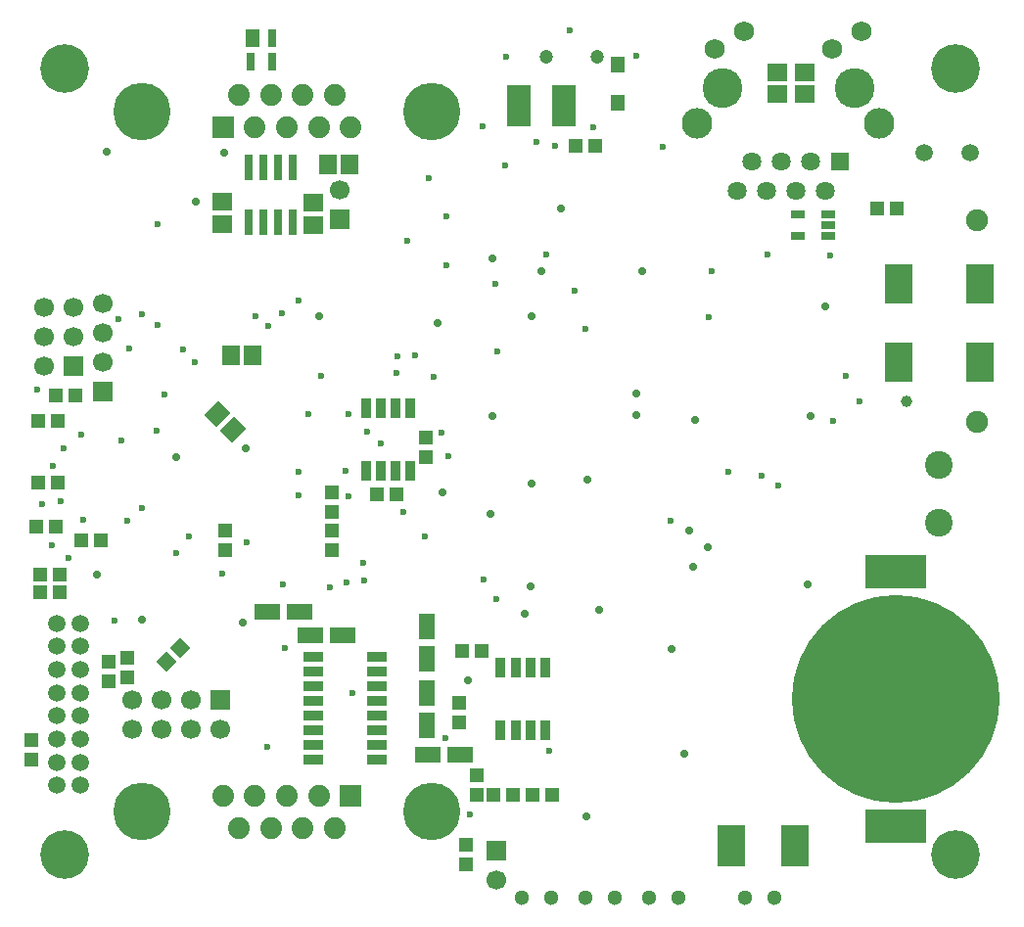
<source format=gbs>
G04 Layer_Color=16711935*
%FSLAX42Y42*%
%MOMM*%
G71*
G01*
G75*
%ADD74C,1.00*%
%ADD98R,1.30X1.20*%
%ADD99R,1.20X1.30*%
%ADD102R,1.70X1.50*%
%ADD118R,2.40X3.35*%
%ADD122R,1.50X1.70*%
%ADD124R,2.20X1.40*%
%ADD125R,1.40X2.20*%
%ADD127R,0.79X1.50*%
%ADD128R,1.19X1.50*%
%ADD131R,0.85X1.73*%
G04:AMPARAMS|DCode=132|XSize=1.7mm|YSize=1.5mm|CornerRadius=0mm|HoleSize=0mm|Usage=FLASHONLY|Rotation=45.000|XOffset=0mm|YOffset=0mm|HoleType=Round|Shape=Rectangle|*
%AMROTATEDRECTD132*
4,1,4,-0.07,-1.13,-1.13,-0.07,0.07,1.13,1.13,0.07,-0.07,-1.13,0.0*
%
%ADD132ROTATEDRECTD132*%

%ADD138R,1.70X1.70*%
%ADD139C,1.70*%
%ADD140C,1.30*%
%ADD141C,2.40*%
%ADD142R,1.63X1.63*%
%ADD143C,1.63*%
%ADD144C,1.73*%
%ADD145C,2.64*%
%ADD146C,3.45*%
%ADD147C,4.20*%
%ADD148R,1.70X1.70*%
%ADD149C,1.90*%
%ADD150C,1.20*%
%ADD151C,4.96*%
%ADD152R,1.89X1.89*%
%ADD153C,1.89*%
%ADD154C,1.50*%
%ADD155C,0.60*%
%ADD156C,0.70*%
%ADD157R,2.35X3.60*%
%ADD158R,0.76X2.18*%
%ADD159R,1.20X0.80*%
%ADD160R,1.73X0.81*%
G04:AMPARAMS|DCode=161|XSize=1.2mm|YSize=1.3mm|CornerRadius=0mm|HoleSize=0mm|Usage=FLASHONLY|Rotation=315.000|XOffset=0mm|YOffset=0mm|HoleType=Round|Shape=Rectangle|*
%AMROTATEDRECTD161*
4,1,4,-0.89,-0.04,0.04,0.89,0.89,0.04,-0.04,-0.89,-0.89,-0.04,0.0*
%
%ADD161ROTATEDRECTD161*%

%ADD162R,2.10X3.60*%
%ADD163C,17.98*%
%ADD164R,5.28X2.99*%
%ADD165R,1.28X1.32*%
D74*
X7730Y4520D02*
D03*
D98*
X375Y3440D02*
D03*
X205D02*
D03*
X405Y2870D02*
D03*
X235D02*
D03*
X385Y3820D02*
D03*
X215D02*
D03*
X385Y4350D02*
D03*
X215D02*
D03*
X405Y3020D02*
D03*
X235D02*
D03*
X545Y4570D02*
D03*
X375D02*
D03*
X4055Y2360D02*
D03*
X3885D02*
D03*
X4155Y1120D02*
D03*
X4325D02*
D03*
X4495D02*
D03*
X4665D02*
D03*
X4865Y6730D02*
D03*
X5035D02*
D03*
X595Y3320D02*
D03*
X765D02*
D03*
X7645Y6190D02*
D03*
X7475D02*
D03*
X3315Y3720D02*
D03*
X3145D02*
D03*
D99*
X1840Y3400D02*
D03*
Y3230D02*
D03*
X990Y2305D02*
D03*
Y2135D02*
D03*
X2760Y3400D02*
D03*
Y3230D02*
D03*
X4010Y1115D02*
D03*
Y1285D02*
D03*
X3860Y1745D02*
D03*
Y1915D02*
D03*
X2763Y3735D02*
D03*
Y3565D02*
D03*
X3920Y685D02*
D03*
Y515D02*
D03*
X160Y1425D02*
D03*
Y1595D02*
D03*
X830Y2265D02*
D03*
Y2095D02*
D03*
X3570Y4040D02*
D03*
Y4210D02*
D03*
D102*
X1815Y6055D02*
D03*
Y6245D02*
D03*
X6850Y7365D02*
D03*
Y7175D02*
D03*
X6610Y7365D02*
D03*
Y7175D02*
D03*
X2600Y6235D02*
D03*
Y6045D02*
D03*
D118*
X8360Y5538D02*
D03*
X7660D02*
D03*
X8360Y4858D02*
D03*
X7660D02*
D03*
D122*
X1885Y4917D02*
D03*
X2075D02*
D03*
X2725Y6570D02*
D03*
X2915D02*
D03*
D124*
X2850Y2500D02*
D03*
X2570D02*
D03*
X2200Y2700D02*
D03*
X2480D02*
D03*
X3590Y1460D02*
D03*
X3870D02*
D03*
D125*
X3580Y2290D02*
D03*
Y2570D02*
D03*
Y1720D02*
D03*
Y2000D02*
D03*
D127*
X2054Y7457D02*
D03*
X2246D02*
D03*
Y7662D02*
D03*
D128*
X2074D02*
D03*
D131*
X4219Y1679D02*
D03*
X4347D02*
D03*
X4474D02*
D03*
X4601D02*
D03*
Y2221D02*
D03*
X4474D02*
D03*
X4347D02*
D03*
X4219D02*
D03*
X3059Y4461D02*
D03*
X3186D02*
D03*
X3313D02*
D03*
X3440D02*
D03*
Y3919D02*
D03*
X3313D02*
D03*
X3186D02*
D03*
X3059D02*
D03*
D132*
X1901Y4276D02*
D03*
X1766Y4411D02*
D03*
D138*
X2830Y6093D02*
D03*
X780Y4602D02*
D03*
X520Y4826D02*
D03*
X4180Y637D02*
D03*
D139*
X2830Y6347D02*
D03*
X780Y5364D02*
D03*
Y5110D02*
D03*
Y4856D02*
D03*
X266Y5334D02*
D03*
X520D02*
D03*
X266Y5080D02*
D03*
X520D02*
D03*
X266Y4826D02*
D03*
X1032Y1681D02*
D03*
Y1935D02*
D03*
X1286Y1681D02*
D03*
Y1935D02*
D03*
X1540Y1681D02*
D03*
Y1935D02*
D03*
X1794Y1681D02*
D03*
X4180Y383D02*
D03*
D140*
X6330Y230D02*
D03*
X6584D02*
D03*
X5500D02*
D03*
X5754D02*
D03*
X4950D02*
D03*
X5204D02*
D03*
X4400D02*
D03*
X4654D02*
D03*
D141*
X8010Y3470D02*
D03*
Y3970D02*
D03*
D142*
X7153Y6595D02*
D03*
D143*
X7026Y6341D02*
D03*
X6899Y6595D02*
D03*
X6772Y6341D02*
D03*
X6645Y6595D02*
D03*
X6518Y6341D02*
D03*
X6391Y6595D02*
D03*
X6264Y6341D02*
D03*
D144*
X7341Y7720D02*
D03*
X7087Y7568D02*
D03*
X6327Y7720D02*
D03*
X6073Y7568D02*
D03*
D145*
X5921Y6925D02*
D03*
X7496D02*
D03*
D146*
X6137Y7230D02*
D03*
X7280D02*
D03*
D147*
X8150Y600D02*
D03*
X450Y7400D02*
D03*
Y600D02*
D03*
X8150Y7400D02*
D03*
D148*
X1794Y1935D02*
D03*
D149*
X8335Y6090D02*
D03*
Y4340D02*
D03*
D150*
X5050Y7500D02*
D03*
X4610D02*
D03*
D151*
X1120Y970D02*
D03*
X3619D02*
D03*
Y7030D02*
D03*
X1120D02*
D03*
D152*
X2924Y1112D02*
D03*
X1816Y6888D02*
D03*
D153*
X2785Y828D02*
D03*
X2647Y1112D02*
D03*
X2508Y828D02*
D03*
X2369Y1112D02*
D03*
X2231Y828D02*
D03*
X2092Y1112D02*
D03*
X1954Y828D02*
D03*
X1816Y1112D02*
D03*
X1954Y7172D02*
D03*
X2092Y6888D02*
D03*
X2231Y7172D02*
D03*
X2369Y6888D02*
D03*
X2508Y7172D02*
D03*
X2647Y6888D02*
D03*
X2785Y7172D02*
D03*
X2924Y6888D02*
D03*
D154*
X580Y1200D02*
D03*
X380D02*
D03*
X580Y1400D02*
D03*
X380D02*
D03*
X580Y1600D02*
D03*
X380D02*
D03*
X580Y1800D02*
D03*
X380D02*
D03*
X580Y2000D02*
D03*
X380D02*
D03*
X580Y2200D02*
D03*
X380D02*
D03*
X580Y2400D02*
D03*
X380D02*
D03*
X580Y2600D02*
D03*
X380D02*
D03*
X7880Y6670D02*
D03*
X8280D02*
D03*
D155*
X5620Y6720D02*
D03*
X6190Y3910D02*
D03*
X6480Y3880D02*
D03*
X7200Y4740D02*
D03*
X5690Y3490D02*
D03*
X2900Y4410D02*
D03*
X2880Y3920D02*
D03*
X4190Y4950D02*
D03*
X3180Y4160D02*
D03*
X3060Y4260D02*
D03*
X3710Y4250D02*
D03*
X2560Y4410D02*
D03*
X2470Y3910D02*
D03*
Y3710D02*
D03*
X3560Y3350D02*
D03*
X2200Y1530D02*
D03*
X410Y3655D02*
D03*
X2940Y2000D02*
D03*
X1570Y4860D02*
D03*
X1250Y5180D02*
D03*
X1470Y4970D02*
D03*
X1010Y4980D02*
D03*
X4180Y2810D02*
D03*
X1250Y6050D02*
D03*
X3950Y950D02*
D03*
X4640Y1500D02*
D03*
X1120Y5270D02*
D03*
X910Y5230D02*
D03*
X4170Y5540D02*
D03*
X3750Y5700D02*
D03*
X2470Y5390D02*
D03*
X2340Y2940D02*
D03*
X3410Y5910D02*
D03*
X4070Y2980D02*
D03*
X3600Y6450D02*
D03*
X4610Y5790D02*
D03*
X4060Y6900D02*
D03*
X3640Y4730D02*
D03*
X2100Y5260D02*
D03*
X2210Y5170D02*
D03*
X7090Y4350D02*
D03*
X7070Y5780D02*
D03*
X7320Y4520D02*
D03*
X6530Y5790D02*
D03*
X6040Y5650D02*
D03*
X6620Y3790D02*
D03*
X3320Y4770D02*
D03*
X3330Y4910D02*
D03*
X3480Y4920D02*
D03*
X4950Y5150D02*
D03*
X4860Y5480D02*
D03*
X6020Y5250D02*
D03*
X2330Y5280D02*
D03*
X3770Y4050D02*
D03*
X2670Y4740D02*
D03*
X2020Y3300D02*
D03*
X880Y2620D02*
D03*
X1810Y3030D02*
D03*
X4820Y7730D02*
D03*
X3750Y6120D02*
D03*
X3380Y3560D02*
D03*
X3030Y3120D02*
D03*
X2740Y2910D02*
D03*
X2890Y2950D02*
D03*
X3040Y2970D02*
D03*
X3740Y1610D02*
D03*
X2350Y2390D02*
D03*
X4530Y6760D02*
D03*
X4690Y6730D02*
D03*
X250Y3630D02*
D03*
X2900Y3700D02*
D03*
X4260Y6560D02*
D03*
X1520Y3350D02*
D03*
X1410Y3210D02*
D03*
X1310Y4580D02*
D03*
X940Y4180D02*
D03*
X340Y3280D02*
D03*
X480Y3170D02*
D03*
X610Y3500D02*
D03*
X345Y3960D02*
D03*
X1240Y4270D02*
D03*
X210Y4620D02*
D03*
X590Y4230D02*
D03*
X440Y4110D02*
D03*
X5020Y6890D02*
D03*
X4270Y7500D02*
D03*
X5390Y7510D02*
D03*
X990Y3490D02*
D03*
X1120Y3600D02*
D03*
D156*
X6010Y3260D02*
D03*
X4480Y2920D02*
D03*
X810Y6680D02*
D03*
X4430Y2680D02*
D03*
X4960Y930D02*
D03*
X6870Y2940D02*
D03*
X5070Y2720D02*
D03*
X5810Y1470D02*
D03*
X2010Y4110D02*
D03*
X730Y3020D02*
D03*
X4570Y5650D02*
D03*
X1412Y4040D02*
D03*
X1990Y2610D02*
D03*
X2650Y5260D02*
D03*
X4150Y5760D02*
D03*
X4130Y3550D02*
D03*
X6900Y4390D02*
D03*
X4490Y3810D02*
D03*
X3720Y3730D02*
D03*
X5390Y4400D02*
D03*
X4740Y6190D02*
D03*
X4150Y4390D02*
D03*
X3670Y5200D02*
D03*
X4490Y5260D02*
D03*
X5440Y5650D02*
D03*
X3940Y2110D02*
D03*
X7030Y5340D02*
D03*
X4970Y3840D02*
D03*
X1580Y6250D02*
D03*
X5900Y4360D02*
D03*
X5390Y4590D02*
D03*
X5700Y2380D02*
D03*
X5850Y3400D02*
D03*
X5880Y3090D02*
D03*
X1830Y6670D02*
D03*
X1115Y2635D02*
D03*
D157*
X6768Y680D02*
D03*
X6212D02*
D03*
D158*
X2417Y6068D02*
D03*
X2290D02*
D03*
X2163D02*
D03*
X2036D02*
D03*
Y6540D02*
D03*
X2163D02*
D03*
X2290D02*
D03*
X2417D02*
D03*
D159*
X7050Y5950D02*
D03*
Y6045D02*
D03*
Y6140D02*
D03*
X6790Y5950D02*
D03*
Y6140D02*
D03*
D160*
X2600Y1420D02*
D03*
X3146D02*
D03*
X2600Y1547D02*
D03*
Y1674D02*
D03*
X3146Y1547D02*
D03*
Y1674D02*
D03*
X2600Y1801D02*
D03*
X3146D02*
D03*
X2600Y1928D02*
D03*
X3146D02*
D03*
X2600Y2055D02*
D03*
Y2182D02*
D03*
X3146Y2055D02*
D03*
Y2182D02*
D03*
X2600Y2309D02*
D03*
X3146D02*
D03*
D161*
X1330Y2270D02*
D03*
X1450Y2390D02*
D03*
D162*
X4375Y7080D02*
D03*
X4765D02*
D03*
D163*
X7640Y1949D02*
D03*
D164*
Y850D02*
D03*
Y3047D02*
D03*
D165*
X5230Y7106D02*
D03*
Y7430D02*
D03*
M02*

</source>
